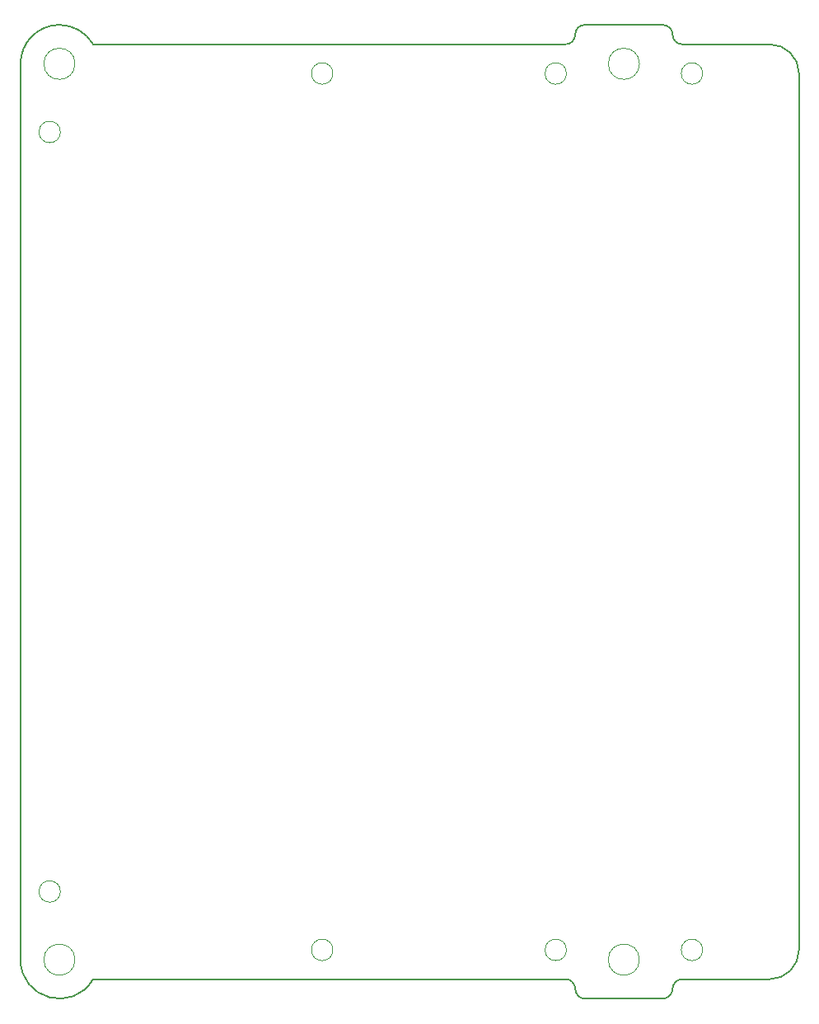
<source format=gbr>
%TF.GenerationSoftware,KiCad,Pcbnew,9.0.2*%
%TF.CreationDate,2025-06-09T15:42:41+03:00*%
%TF.ProjectId,PMCNV-AI4T,504d434e-562d-4414-9934-542e6b696361,rev?*%
%TF.SameCoordinates,Original*%
%TF.FileFunction,Profile,NP*%
%FSLAX46Y46*%
G04 Gerber Fmt 4.6, Leading zero omitted, Abs format (unit mm)*
G04 Created by KiCad (PCBNEW 9.0.2) date 2025-06-09 15:42:41*
%MOMM*%
%LPD*%
G01*
G04 APERTURE LIST*
%TA.AperFunction,Profile*%
%ADD10C,0.200000*%
%TD*%
%TA.AperFunction,Profile*%
%ADD11C,0.050000*%
%TD*%
G04 APERTURE END LIST*
D10*
X-32527027Y48000000D02*
X16000000Y48000000D01*
X27000000Y-49000000D02*
G75*
G02*
X26000000Y-50000000I-1000000J0D01*
G01*
X26000000Y50000000D02*
X18000000Y50000000D01*
X-32535899Y-48000000D02*
G75*
G02*
X-39999999Y-46000000I-3464101J2000000D01*
G01*
X17000000Y49000000D02*
G75*
G02*
X16000000Y48000000I-1000000J0D01*
G01*
X26000000Y50000000D02*
G75*
G02*
X27000000Y49000000I0J-1000000D01*
G01*
X40000000Y45000000D02*
X40000000Y-45000000D01*
X-40000000Y46000000D02*
X-40000000Y-46000000D01*
X37000000Y48000000D02*
X28000000Y48000000D01*
X16000000Y-48000000D02*
X-32535900Y-48000000D01*
X28000000Y-48000000D02*
X37000000Y-48000000D01*
X37000000Y48000000D02*
G75*
G02*
X40000000Y45000000I0J-3000000D01*
G01*
X40000000Y-45000000D02*
G75*
G02*
X37000000Y-48000000I-3000000J0D01*
G01*
X-36000000Y50000000D02*
G75*
G02*
X-32533686Y47996164I0J-4000000D01*
G01*
X18000000Y-50000000D02*
X26000000Y-50000000D01*
X16000000Y-48000000D02*
G75*
G02*
X17000000Y-49000000I0J-1000000D01*
G01*
X-40000000Y46000000D02*
G75*
G02*
X-36000000Y50000000I4000000J0D01*
G01*
X17000000Y49000000D02*
G75*
G02*
X18000000Y50000000I1000000J0D01*
G01*
X28000000Y48000000D02*
G75*
G02*
X27000000Y49000000I0J1000000D01*
G01*
X18000000Y-50000000D02*
G75*
G02*
X17000000Y-49000000I0J1000000D01*
G01*
X27000000Y-49000000D02*
G75*
G02*
X28000000Y-48000000I1000000J0D01*
G01*
D11*
%TO.C,U1*%
X-35900000Y39000000D02*
G75*
G02*
X-38100000Y39000000I-1100000J0D01*
G01*
X-38100000Y39000000D02*
G75*
G02*
X-35900000Y39000000I1100000J0D01*
G01*
X-35900000Y-39000000D02*
G75*
G02*
X-38100000Y-39000000I-1100000J0D01*
G01*
X-38100000Y-39000000D02*
G75*
G02*
X-35900000Y-39000000I1100000J0D01*
G01*
X-7900000Y45000000D02*
G75*
G02*
X-10100000Y45000000I-1100000J0D01*
G01*
X-10100000Y45000000D02*
G75*
G02*
X-7900000Y45000000I1100000J0D01*
G01*
X-7900000Y-45000000D02*
G75*
G02*
X-10100000Y-45000000I-1100000J0D01*
G01*
X-10100000Y-45000000D02*
G75*
G02*
X-7900000Y-45000000I1100000J0D01*
G01*
%TO.C,H7*%
X23600000Y-46000000D02*
G75*
G02*
X20400000Y-46000000I-1600000J0D01*
G01*
X20400000Y-46000000D02*
G75*
G02*
X23600000Y-46000000I1600000J0D01*
G01*
%TO.C,SP1*%
X16100000Y45000000D02*
G75*
G02*
X13900000Y45000000I-1100000J0D01*
G01*
X13900000Y45000000D02*
G75*
G02*
X16100000Y45000000I1100000J0D01*
G01*
X16100000Y-45000000D02*
G75*
G02*
X13900000Y-45000000I-1100000J0D01*
G01*
X13900000Y-45000000D02*
G75*
G02*
X16100000Y-45000000I1100000J0D01*
G01*
X30100000Y45000000D02*
G75*
G02*
X27900000Y45000000I-1100000J0D01*
G01*
X27900000Y45000000D02*
G75*
G02*
X30100000Y45000000I1100000J0D01*
G01*
X30100000Y-45000000D02*
G75*
G02*
X27900000Y-45000000I-1100000J0D01*
G01*
X27900000Y-45000000D02*
G75*
G02*
X30100000Y-45000000I1100000J0D01*
G01*
%TO.C,H4*%
X23600000Y46000000D02*
G75*
G02*
X20400000Y46000000I-1600000J0D01*
G01*
X20400000Y46000000D02*
G75*
G02*
X23600000Y46000000I1600000J0D01*
G01*
%TO.C,H5*%
X-34400000Y46000000D02*
G75*
G02*
X-37600000Y46000000I-1600000J0D01*
G01*
X-37600000Y46000000D02*
G75*
G02*
X-34400000Y46000000I1600000J0D01*
G01*
%TO.C,H6*%
X-34400000Y-46000000D02*
G75*
G02*
X-37600000Y-46000000I-1600000J0D01*
G01*
X-37600000Y-46000000D02*
G75*
G02*
X-34400000Y-46000000I1600000J0D01*
G01*
%TD*%
M02*

</source>
